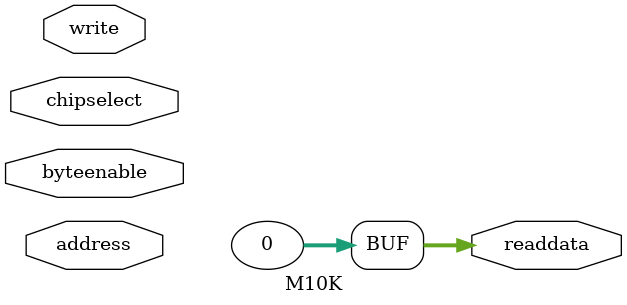
<source format=sv>
`default_nettype none

module M10Control
  (input logic read, write,
   input logic [7:0] address,
   output logic [31:0] readdata);

  logic write, chipselect;
  assign chipselect = read | write;

  M10K RAM(.byteenable(4'hF), .*);

endmodule: M10Control

// Dummy M10K
module M10K
  (input logic write, chipselect,
   input logic [7:0] address,
   input logic [3:0] byteenable,
   output logic [31:0] readdata);

   assign readdata = 'b0;

endmodule: M10K
</source>
